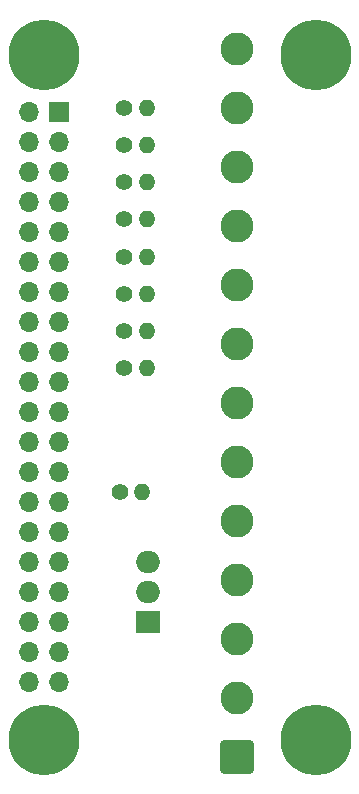
<source format=gbr>
%TF.GenerationSoftware,KiCad,Pcbnew,8.0.8*%
%TF.CreationDate,2025-02-15T16:15:48-08:00*%
%TF.ProjectId,PhonePiHat,50686f6e-6550-4694-9861-742e6b696361,rev?*%
%TF.SameCoordinates,Original*%
%TF.FileFunction,Soldermask,Top*%
%TF.FilePolarity,Negative*%
%FSLAX46Y46*%
G04 Gerber Fmt 4.6, Leading zero omitted, Abs format (unit mm)*
G04 Created by KiCad (PCBNEW 8.0.8) date 2025-02-15 16:15:48*
%MOMM*%
%LPD*%
G01*
G04 APERTURE LIST*
G04 Aperture macros list*
%AMRoundRect*
0 Rectangle with rounded corners*
0 $1 Rounding radius*
0 $2 $3 $4 $5 $6 $7 $8 $9 X,Y pos of 4 corners*
0 Add a 4 corners polygon primitive as box body*
4,1,4,$2,$3,$4,$5,$6,$7,$8,$9,$2,$3,0*
0 Add four circle primitives for the rounded corners*
1,1,$1+$1,$2,$3*
1,1,$1+$1,$4,$5*
1,1,$1+$1,$6,$7*
1,1,$1+$1,$8,$9*
0 Add four rect primitives between the rounded corners*
20,1,$1+$1,$2,$3,$4,$5,0*
20,1,$1+$1,$4,$5,$6,$7,0*
20,1,$1+$1,$6,$7,$8,$9,0*
20,1,$1+$1,$8,$9,$2,$3,0*%
G04 Aperture macros list end*
%ADD10C,6.000000*%
%ADD11R,1.700000X1.700000*%
%ADD12O,1.700000X1.700000*%
%ADD13C,1.400000*%
%ADD14O,1.400000X1.400000*%
%ADD15R,2.000000X1.905000*%
%ADD16O,2.000000X1.905000*%
%ADD17RoundRect,0.250001X1.149999X-1.149999X1.149999X1.149999X-1.149999X1.149999X-1.149999X-1.149999X0*%
%ADD18C,2.800000*%
G04 APERTURE END LIST*
D10*
%TO.C,J1*%
X57700000Y-44500000D03*
X57700000Y-102500000D03*
X80700000Y-44500000D03*
X80700000Y-102500000D03*
D11*
X58970000Y-49370000D03*
D12*
X56430000Y-49370000D03*
X58970000Y-51910000D03*
X56430000Y-51910000D03*
X58970000Y-54450000D03*
X56430000Y-54450000D03*
X58970000Y-56990000D03*
X56430000Y-56990000D03*
X58970000Y-59530000D03*
X56430000Y-59530000D03*
X58970000Y-62070000D03*
X56430000Y-62070000D03*
X58970000Y-64610000D03*
X56430000Y-64610000D03*
X58970000Y-67150000D03*
X56430000Y-67150000D03*
X58970000Y-69690000D03*
X56430000Y-69690000D03*
X58970000Y-72230000D03*
X56430000Y-72230000D03*
X58970000Y-74770000D03*
X56430000Y-74770000D03*
X58970000Y-77310000D03*
X56430000Y-77310000D03*
X58970000Y-79850000D03*
X56430000Y-79850000D03*
X58970000Y-82390000D03*
X56430000Y-82390000D03*
X58970000Y-84930000D03*
X56430000Y-84930000D03*
X58970000Y-87470000D03*
X56430000Y-87470000D03*
X58970000Y-90010000D03*
X56430000Y-90010000D03*
X58970000Y-92550000D03*
X56430000Y-92550000D03*
X58970000Y-95090000D03*
X56430000Y-95090000D03*
X58970000Y-97630000D03*
X56430000Y-97630000D03*
%TD*%
D13*
%TO.C,R1*%
X64500000Y-49000000D03*
D14*
X66400000Y-49000000D03*
%TD*%
D13*
%TO.C,R10*%
X64095000Y-81500000D03*
D14*
X65995000Y-81500000D03*
%TD*%
D15*
%TO.C,Q1*%
X66500000Y-92580000D03*
D16*
X66500000Y-90040000D03*
X66500000Y-87500000D03*
%TD*%
D13*
%TO.C,R3*%
X64500000Y-52150000D03*
D14*
X66400000Y-52150000D03*
%TD*%
D13*
%TO.C,R4*%
X64500000Y-55300000D03*
D14*
X66400000Y-55300000D03*
%TD*%
D13*
%TO.C,R6*%
X64500000Y-61600000D03*
D14*
X66400000Y-61600000D03*
%TD*%
D17*
%TO.C,J2*%
X74000000Y-104000000D03*
D18*
X74000000Y-99000000D03*
X74000000Y-94000000D03*
X74000000Y-89000000D03*
X74000000Y-84000000D03*
X74000000Y-79000000D03*
X74000000Y-74000000D03*
X74000000Y-69000000D03*
X74000000Y-64000000D03*
X74000000Y-59000000D03*
X74000000Y-54000000D03*
X74000000Y-49000000D03*
X74000000Y-44000000D03*
%TD*%
D13*
%TO.C,R5*%
X64500000Y-58450000D03*
D14*
X66400000Y-58450000D03*
%TD*%
D13*
%TO.C,R9*%
X64500000Y-71050000D03*
D14*
X66400000Y-71050000D03*
%TD*%
D13*
%TO.C,R7*%
X64500000Y-64750000D03*
D14*
X66400000Y-64750000D03*
%TD*%
D13*
%TO.C,R8*%
X64500000Y-67900000D03*
D14*
X66400000Y-67900000D03*
%TD*%
M02*

</source>
